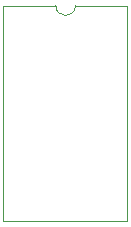
<source format=gbr>
%TF.GenerationSoftware,KiCad,Pcbnew,(5.1.8)-1*%
%TF.CreationDate,2021-01-04T22:54:56+11:00*%
%TF.ProjectId,8-14DIPxSMA,382d3134-4449-4507-9853-4d412e6b6963,rev?*%
%TF.SameCoordinates,Original*%
%TF.FileFunction,Profile,NP*%
%FSLAX46Y46*%
G04 Gerber Fmt 4.6, Leading zero omitted, Abs format (unit mm)*
G04 Created by KiCad (PCBNEW (5.1.8)-1) date 2021-01-04 22:54:56*
%MOMM*%
%LPD*%
G01*
G04 APERTURE LIST*
%TA.AperFunction,Profile*%
%ADD10C,0.050000*%
%TD*%
G04 APERTURE END LIST*
D10*
X155689300Y-94653100D02*
G75*
G02*
X154012900Y-94653100I-838200J0D01*
G01*
X154012900Y-94653100D02*
X149580600Y-94653100D01*
X149580600Y-112915700D02*
X149580600Y-94653100D01*
X160083500Y-112915700D02*
X149580600Y-112915700D01*
X160083500Y-94653100D02*
X160083500Y-112915700D01*
X155689300Y-94653100D02*
X160083500Y-94653100D01*
M02*

</source>
